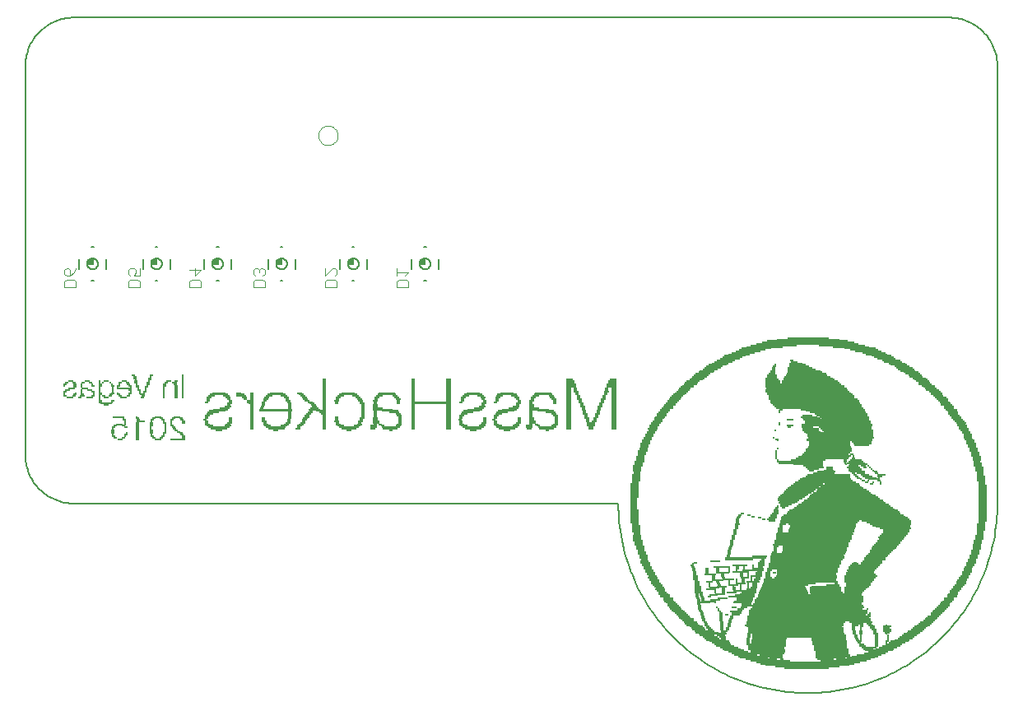
<source format=gbo>
G75*
%MOIN*%
%OFA0B0*%
%FSLAX24Y24*%
%IPPOS*%
%LPD*%
%AMOC8*
5,1,8,0,0,1.08239X$1,22.5*
%
%ADD10C,0.0080*%
%ADD11R,0.1807X0.0060*%
%ADD12R,0.2591X0.0060*%
%ADD13R,0.3434X0.0060*%
%ADD14R,0.3795X0.0060*%
%ADD15R,0.4217X0.0060*%
%ADD16R,0.1627X0.0060*%
%ADD17R,0.1867X0.0060*%
%ADD18R,0.1265X0.0060*%
%ADD19R,0.0121X0.0060*%
%ADD20R,0.0663X0.0060*%
%ADD21R,0.1446X0.0060*%
%ADD22R,0.1144X0.0060*%
%ADD23R,0.0542X0.0060*%
%ADD24R,0.1205X0.0060*%
%ADD25R,0.1145X0.0060*%
%ADD26R,0.1808X0.0060*%
%ADD27R,0.1386X0.0060*%
%ADD28R,0.1084X0.0060*%
%ADD29R,0.0964X0.0060*%
%ADD30R,0.1386X0.0060*%
%ADD31R,0.1024X0.0060*%
%ADD32R,0.2169X0.0060*%
%ADD33R,0.1325X0.0060*%
%ADD34R,0.0903X0.0060*%
%ADD35R,0.0843X0.0060*%
%ADD36R,0.1386X0.0060*%
%ADD37R,0.1325X0.0060*%
%ADD38R,0.0844X0.0060*%
%ADD39R,0.0843X0.0060*%
%ADD40R,0.1385X0.0060*%
%ADD41R,0.0783X0.0060*%
%ADD42R,0.1506X0.0060*%
%ADD43R,0.1385X0.0060*%
%ADD44R,0.0421X0.0060*%
%ADD45R,0.0783X0.0060*%
%ADD46R,0.1506X0.0060*%
%ADD47R,0.0603X0.0060*%
%ADD48R,0.0723X0.0060*%
%ADD49R,0.1566X0.0060*%
%ADD50R,0.0301X0.0060*%
%ADD51R,0.0181X0.0060*%
%ADD52R,0.0662X0.0060*%
%ADD53R,0.1626X0.0060*%
%ADD54R,0.0241X0.0060*%
%ADD55R,0.0181X0.0060*%
%ADD56R,0.0663X0.0060*%
%ADD57R,0.0180X0.0060*%
%ADD58R,0.0120X0.0060*%
%ADD59R,0.0061X0.0060*%
%ADD60R,0.0662X0.0060*%
%ADD61R,0.0180X0.0060*%
%ADD62R,0.0240X0.0060*%
%ADD63R,0.0120X0.0060*%
%ADD64R,0.0121X0.0060*%
%ADD65R,0.0723X0.0060*%
%ADD66R,0.0844X0.0060*%
%ADD67R,0.0060X0.0060*%
%ADD68R,0.0602X0.0060*%
%ADD69R,0.0602X0.0060*%
%ADD70R,0.0241X0.0060*%
%ADD71R,0.1445X0.0060*%
%ADD72R,0.0602X0.0060*%
%ADD73R,0.0302X0.0060*%
%ADD74R,0.3795X0.0060*%
%ADD75R,0.0060X0.0060*%
%ADD76R,0.0603X0.0060*%
%ADD77R,0.0361X0.0060*%
%ADD78R,0.0121X0.0060*%
%ADD79R,0.1145X0.0060*%
%ADD80R,0.3735X0.0060*%
%ADD81R,0.0061X0.0060*%
%ADD82R,0.0964X0.0060*%
%ADD83R,0.3916X0.0060*%
%ADD84R,0.0542X0.0060*%
%ADD85R,0.3916X0.0060*%
%ADD86R,0.0361X0.0060*%
%ADD87R,0.0543X0.0060*%
%ADD88R,0.0542X0.0060*%
%ADD89R,0.3915X0.0060*%
%ADD90R,0.0542X0.0060*%
%ADD91R,0.4037X0.0060*%
%ADD92R,0.0543X0.0060*%
%ADD93R,0.3976X0.0060*%
%ADD94R,0.0482X0.0060*%
%ADD95R,0.4036X0.0060*%
%ADD96R,0.0964X0.0060*%
%ADD97R,0.0482X0.0060*%
%ADD98R,0.5000X0.0060*%
%ADD99R,0.5000X0.0060*%
%ADD100R,0.0482X0.0060*%
%ADD101R,0.4940X0.0060*%
%ADD102R,0.0362X0.0060*%
%ADD103R,0.4759X0.0060*%
%ADD104R,0.0421X0.0060*%
%ADD105R,0.0422X0.0060*%
%ADD106R,0.4819X0.0060*%
%ADD107R,0.0481X0.0060*%
%ADD108R,0.0482X0.0060*%
%ADD109R,0.4819X0.0060*%
%ADD110R,0.0482X0.0060*%
%ADD111R,0.0120X0.0060*%
%ADD112R,0.0060X0.0060*%
%ADD113R,0.0301X0.0060*%
%ADD114R,0.4579X0.0060*%
%ADD115R,0.0482X0.0060*%
%ADD116R,0.4578X0.0060*%
%ADD117R,0.0422X0.0060*%
%ADD118R,0.0180X0.0060*%
%ADD119R,0.0422X0.0060*%
%ADD120R,0.4397X0.0060*%
%ADD121R,0.4337X0.0060*%
%ADD122R,0.0422X0.0060*%
%ADD123R,0.0422X0.0060*%
%ADD124R,0.4398X0.0060*%
%ADD125R,0.0663X0.0060*%
%ADD126R,0.4398X0.0060*%
%ADD127R,0.4338X0.0060*%
%ADD128R,0.1084X0.0060*%
%ADD129R,0.4277X0.0060*%
%ADD130R,0.0422X0.0060*%
%ADD131R,0.4216X0.0060*%
%ADD132R,0.0602X0.0060*%
%ADD133R,0.2048X0.0060*%
%ADD134R,0.2108X0.0060*%
%ADD135R,0.0362X0.0060*%
%ADD136R,0.1988X0.0060*%
%ADD137R,0.0362X0.0060*%
%ADD138R,0.0301X0.0060*%
%ADD139R,0.0963X0.0060*%
%ADD140R,0.1928X0.0060*%
%ADD141R,0.1265X0.0060*%
%ADD142R,0.1868X0.0060*%
%ADD143R,0.1265X0.0060*%
%ADD144R,0.0302X0.0060*%
%ADD145R,0.1807X0.0060*%
%ADD146R,0.0963X0.0060*%
%ADD147R,0.1747X0.0060*%
%ADD148R,0.1024X0.0060*%
%ADD149R,0.2169X0.0060*%
%ADD150R,0.1024X0.0060*%
%ADD151R,0.3012X0.0060*%
%ADD152R,0.1144X0.0060*%
%ADD153R,0.2951X0.0060*%
%ADD154R,0.1204X0.0060*%
%ADD155R,0.2951X0.0060*%
%ADD156R,0.1204X0.0060*%
%ADD157R,0.2530X0.0060*%
%ADD158R,0.2470X0.0060*%
%ADD159R,0.2409X0.0060*%
%ADD160R,0.0362X0.0060*%
%ADD161R,0.0662X0.0060*%
%ADD162R,0.0904X0.0060*%
%ADD163R,0.2470X0.0060*%
%ADD164R,0.2892X0.0060*%
%ADD165R,0.2892X0.0060*%
%ADD166R,0.2952X0.0060*%
%ADD167R,0.0844X0.0060*%
%ADD168R,0.2891X0.0060*%
%ADD169R,0.0904X0.0060*%
%ADD170R,0.2891X0.0060*%
%ADD171R,0.0362X0.0060*%
%ADD172R,0.1687X0.0060*%
%ADD173R,0.3012X0.0060*%
%ADD174R,0.0903X0.0060*%
%ADD175R,0.0361X0.0060*%
%ADD176R,0.3012X0.0060*%
%ADD177R,0.2952X0.0060*%
%ADD178R,0.0904X0.0060*%
%ADD179R,0.0362X0.0060*%
%ADD180R,0.2591X0.0060*%
%ADD181R,0.2590X0.0060*%
%ADD182R,0.2590X0.0060*%
%ADD183R,0.2650X0.0060*%
%ADD184R,0.3072X0.0060*%
%ADD185R,0.3012X0.0060*%
%ADD186R,0.3073X0.0060*%
%ADD187R,0.3073X0.0060*%
%ADD188R,0.0181X0.0060*%
%ADD189R,0.3073X0.0060*%
%ADD190R,0.1085X0.0060*%
%ADD191R,0.3133X0.0060*%
%ADD192R,0.0241X0.0060*%
%ADD193R,0.2711X0.0060*%
%ADD194R,0.1084X0.0060*%
%ADD195R,0.2711X0.0060*%
%ADD196R,0.2651X0.0060*%
%ADD197R,0.2651X0.0060*%
%ADD198R,0.1566X0.0060*%
%ADD199R,0.2772X0.0060*%
%ADD200R,0.1686X0.0060*%
%ADD201R,0.3193X0.0060*%
%ADD202R,0.1988X0.0060*%
%ADD203R,0.5241X0.0060*%
%ADD204R,0.5181X0.0060*%
%ADD205R,0.4879X0.0060*%
%ADD206R,0.4639X0.0060*%
%ADD207R,0.4518X0.0060*%
%ADD208R,0.4397X0.0060*%
%ADD209R,0.4157X0.0060*%
%ADD210R,0.4037X0.0060*%
%ADD211R,0.3675X0.0060*%
%ADD212R,0.3433X0.0060*%
%ADD213R,0.3313X0.0060*%
%ADD214R,0.3193X0.0060*%
%ADD215R,0.2831X0.0060*%
%ADD216R,0.1085X0.0060*%
%ADD217R,0.1085X0.0060*%
%ADD218R,0.1144X0.0060*%
%ADD219R,0.2349X0.0060*%
%ADD220R,0.2831X0.0060*%
%ADD221R,0.2229X0.0060*%
%ADD222R,0.0061X0.0060*%
%ADD223R,0.2109X0.0060*%
%ADD224R,0.1747X0.0060*%
%ADD225R,0.0903X0.0060*%
%ADD226R,0.1807X0.0060*%
%ADD227R,0.1867X0.0060*%
%ADD228R,0.1446X0.0060*%
%ADD229R,0.0481X0.0060*%
%ADD230R,0.2168X0.0060*%
%ADD231R,0.1868X0.0060*%
%ADD232R,0.1687X0.0060*%
%ADD233R,0.1687X0.0060*%
%ADD234R,0.2650X0.0060*%
%ADD235R,0.2710X0.0060*%
%ADD236R,0.2710X0.0060*%
%ADD237R,0.2771X0.0060*%
%ADD238R,0.2048X0.0060*%
%ADD239R,0.0662X0.0060*%
%ADD240R,0.2108X0.0060*%
%ADD241R,0.0662X0.0060*%
%ADD242R,0.2108X0.0060*%
%ADD243R,0.2711X0.0060*%
%ADD244R,0.1928X0.0060*%
%ADD245R,0.2049X0.0060*%
%ADD246R,0.2289X0.0060*%
%ADD247R,0.2410X0.0060*%
%ADD248R,0.3555X0.0060*%
%ADD249R,0.0421X0.0060*%
%ADD250R,0.3554X0.0060*%
%ADD251R,0.3614X0.0060*%
%ADD252R,0.3614X0.0060*%
%ADD253R,0.3615X0.0060*%
%ADD254R,0.3494X0.0060*%
%ADD255R,0.3494X0.0060*%
%ADD256R,0.3373X0.0060*%
%ADD257R,0.3072X0.0060*%
%ADD258R,0.2350X0.0060*%
%ADD259R,0.2290X0.0060*%
%ADD260R,0.0240X0.0060*%
%ADD261R,0.1326X0.0060*%
%ADD262R,0.1025X0.0060*%
%ADD263R,0.0723X0.0060*%
%ADD264R,0.0843X0.0060*%
%ADD265R,0.0844X0.0060*%
%ADD266R,0.0904X0.0060*%
%ADD267R,0.4157X0.0060*%
%ADD268R,0.3735X0.0060*%
%ADD269R,0.2530X0.0060*%
%ADD270R,0.0302X0.0060*%
%ADD271R,0.0240X0.0060*%
%ADD272R,0.1627X0.0060*%
%ADD273R,0.0784X0.0060*%
%ADD274C,0.0000*%
%ADD275C,0.0040*%
%ADD276C,0.0050*%
D10*
X002109Y007817D02*
X024156Y007817D01*
X024158Y007630D01*
X024165Y007443D01*
X024176Y007257D01*
X024192Y007070D01*
X024213Y006885D01*
X024238Y006699D01*
X024267Y006515D01*
X024301Y006331D01*
X024340Y006148D01*
X024383Y005966D01*
X024430Y005785D01*
X024482Y005605D01*
X024538Y005427D01*
X024598Y005250D01*
X024663Y005075D01*
X024731Y004901D01*
X024805Y004729D01*
X024882Y004558D01*
X024963Y004390D01*
X025049Y004224D01*
X025138Y004060D01*
X025232Y003898D01*
X025329Y003738D01*
X025430Y003581D01*
X025535Y003426D01*
X025644Y003274D01*
X025757Y003125D01*
X025873Y002978D01*
X025992Y002835D01*
X026115Y002694D01*
X026242Y002556D01*
X026372Y002422D01*
X026505Y002290D01*
X026641Y002162D01*
X026780Y002037D01*
X026922Y001916D01*
X027067Y001798D01*
X027215Y001684D01*
X027366Y001573D01*
X027519Y001466D01*
X027675Y001363D01*
X027834Y001264D01*
X027995Y001169D01*
X028158Y001077D01*
X028323Y000990D01*
X028490Y000906D01*
X028659Y000827D01*
X028830Y000752D01*
X029003Y000680D01*
X029178Y000614D01*
X029354Y000551D01*
X029532Y000493D01*
X029711Y000439D01*
X029891Y000390D01*
X030073Y000345D01*
X030255Y000304D01*
X030439Y000268D01*
X030623Y000236D01*
X030808Y000209D01*
X030993Y000186D01*
X031179Y000168D01*
X031366Y000154D01*
X031553Y000145D01*
X031740Y000141D01*
X031926Y000141D01*
X032113Y000145D01*
X032300Y000154D01*
X032487Y000168D01*
X032673Y000186D01*
X032858Y000209D01*
X033043Y000236D01*
X033227Y000268D01*
X033411Y000304D01*
X033593Y000345D01*
X033775Y000390D01*
X033955Y000439D01*
X034134Y000493D01*
X034312Y000551D01*
X034488Y000614D01*
X034663Y000680D01*
X034836Y000752D01*
X035007Y000827D01*
X035176Y000906D01*
X035343Y000990D01*
X035508Y001077D01*
X035672Y001169D01*
X035832Y001264D01*
X035991Y001363D01*
X036147Y001466D01*
X036300Y001573D01*
X036451Y001684D01*
X036599Y001798D01*
X036744Y001916D01*
X036886Y002037D01*
X037025Y002162D01*
X037161Y002290D01*
X037294Y002422D01*
X037424Y002556D01*
X037551Y002694D01*
X037674Y002835D01*
X037793Y002978D01*
X037909Y003125D01*
X038022Y003274D01*
X038131Y003426D01*
X038236Y003581D01*
X038337Y003738D01*
X038434Y003898D01*
X038528Y004060D01*
X038617Y004224D01*
X038703Y004390D01*
X038784Y004558D01*
X038861Y004729D01*
X038935Y004901D01*
X039003Y005075D01*
X039068Y005250D01*
X039128Y005427D01*
X039184Y005605D01*
X039236Y005785D01*
X039283Y005966D01*
X039326Y006148D01*
X039365Y006331D01*
X039399Y006515D01*
X039428Y006699D01*
X039453Y006885D01*
X039474Y007070D01*
X039490Y007257D01*
X039501Y007443D01*
X039508Y007630D01*
X039510Y007817D01*
X039510Y025534D01*
X039511Y025534D02*
X039509Y025620D01*
X039504Y025706D01*
X039494Y025791D01*
X039481Y025876D01*
X039464Y025960D01*
X039444Y026044D01*
X039420Y026126D01*
X039392Y026207D01*
X039361Y026288D01*
X039327Y026366D01*
X039289Y026443D01*
X039247Y026519D01*
X039203Y026592D01*
X039155Y026663D01*
X039104Y026733D01*
X039050Y026800D01*
X038994Y026864D01*
X038934Y026926D01*
X038872Y026986D01*
X038808Y027042D01*
X038741Y027096D01*
X038671Y027147D01*
X038600Y027195D01*
X038527Y027239D01*
X038451Y027281D01*
X038374Y027319D01*
X038296Y027353D01*
X038215Y027384D01*
X038134Y027412D01*
X038052Y027436D01*
X037968Y027456D01*
X037884Y027473D01*
X037799Y027486D01*
X037714Y027496D01*
X037628Y027501D01*
X037542Y027503D01*
X037542Y027502D02*
X002109Y027502D01*
X002109Y027503D02*
X002023Y027501D01*
X001937Y027496D01*
X001852Y027486D01*
X001767Y027473D01*
X001683Y027456D01*
X001599Y027436D01*
X001517Y027412D01*
X001436Y027384D01*
X001355Y027353D01*
X001277Y027319D01*
X001200Y027281D01*
X001125Y027239D01*
X001051Y027195D01*
X000980Y027147D01*
X000910Y027096D01*
X000843Y027042D01*
X000779Y026986D01*
X000717Y026926D01*
X000657Y026864D01*
X000601Y026800D01*
X000547Y026733D01*
X000496Y026663D01*
X000448Y026592D01*
X000404Y026519D01*
X000362Y026443D01*
X000324Y026366D01*
X000290Y026288D01*
X000259Y026207D01*
X000231Y026126D01*
X000207Y026044D01*
X000187Y025960D01*
X000170Y025876D01*
X000157Y025791D01*
X000147Y025706D01*
X000142Y025620D01*
X000140Y025534D01*
X000140Y009786D01*
X000142Y009700D01*
X000147Y009614D01*
X000157Y009529D01*
X000170Y009444D01*
X000187Y009360D01*
X000207Y009276D01*
X000231Y009194D01*
X000259Y009113D01*
X000290Y009032D01*
X000324Y008954D01*
X000362Y008877D01*
X000404Y008802D01*
X000448Y008728D01*
X000496Y008657D01*
X000547Y008587D01*
X000601Y008520D01*
X000657Y008456D01*
X000717Y008394D01*
X000779Y008334D01*
X000843Y008278D01*
X000910Y008224D01*
X000980Y008173D01*
X001051Y008125D01*
X001124Y008081D01*
X001200Y008039D01*
X001277Y008001D01*
X001355Y007967D01*
X001436Y007936D01*
X001517Y007908D01*
X001599Y007884D01*
X001683Y007864D01*
X001767Y007847D01*
X001852Y007834D01*
X001937Y007824D01*
X002023Y007819D01*
X002109Y007817D01*
X002824Y016841D02*
X002904Y016841D01*
X003416Y017330D02*
X003416Y017730D01*
X002904Y018219D02*
X002824Y018219D01*
X002313Y017730D02*
X002313Y017330D01*
X004900Y017330D02*
X004900Y017730D01*
X005411Y018219D02*
X005491Y018219D01*
X006002Y017730D02*
X006002Y017330D01*
X005491Y016841D02*
X005411Y016841D01*
X007380Y017330D02*
X007380Y017730D01*
X007891Y018219D02*
X007971Y018219D01*
X008483Y017730D02*
X008483Y017330D01*
X007971Y016841D02*
X007891Y016841D01*
X009967Y017330D02*
X009967Y017730D01*
X010478Y018219D02*
X010558Y018219D01*
X011069Y017730D02*
X011069Y017330D01*
X010558Y016841D02*
X010478Y016841D01*
X012872Y017330D02*
X012872Y017730D01*
X013383Y018219D02*
X013463Y018219D01*
X013975Y017730D02*
X013975Y017330D01*
X013463Y016841D02*
X013383Y016841D01*
X015778Y017330D02*
X015778Y017730D01*
X016289Y018219D02*
X016369Y018219D01*
X016880Y017730D02*
X016880Y017330D01*
X016369Y016841D02*
X016289Y016841D01*
D11*
X035109Y007052D03*
X031796Y001148D03*
D12*
X031826Y001208D03*
D13*
X031827Y001268D03*
X031887Y012293D03*
X031827Y012353D03*
D14*
X031465Y002473D03*
X031826Y001329D03*
D15*
X031856Y001389D03*
D16*
X030320Y001449D03*
X031766Y013076D03*
D17*
X033272Y001449D03*
D18*
X029959Y001509D03*
D19*
X030772Y001509D03*
X034085Y008738D03*
D20*
X032549Y001509D03*
D21*
X033664Y001509D03*
D22*
X029658Y001570D03*
D23*
X030562Y001570D03*
X027369Y002774D03*
X027188Y002895D03*
X027128Y002955D03*
X029598Y004642D03*
X028393Y005003D03*
X033754Y009220D03*
X036224Y012955D03*
X027369Y012895D03*
X027188Y012774D03*
X027068Y012654D03*
X036104Y002594D03*
D24*
X033965Y004943D03*
X034085Y005244D03*
X031495Y008317D03*
X031555Y008377D03*
X031856Y008618D03*
X031856Y009401D03*
X029748Y014100D03*
X032760Y001570D03*
D25*
X033995Y001570D03*
X034718Y001871D03*
X033995Y005124D03*
X029055Y005546D03*
D26*
X032640Y008919D03*
X029929Y001630D03*
D27*
X030200Y001871D03*
X032670Y002293D03*
X032670Y002353D03*
X032851Y001630D03*
X033212Y008618D03*
D28*
X031194Y008076D03*
X035230Y006449D03*
X035351Y006570D03*
X035411Y006750D03*
X034146Y001630D03*
D29*
X030351Y001690D03*
X029327Y001690D03*
D30*
X032851Y001690D03*
D31*
X034297Y001690D03*
D32*
X029808Y001750D03*
X033242Y008317D03*
D33*
X032579Y004220D03*
X032760Y002052D03*
X032760Y001991D03*
X032820Y001750D03*
X010291Y011570D03*
X010291Y011630D03*
D34*
X018273Y010907D03*
X031043Y007955D03*
X034537Y005546D03*
X034778Y005847D03*
X033754Y004341D03*
X034537Y001750D03*
D35*
X033724Y004280D03*
X029025Y001811D03*
X028242Y002232D03*
D36*
X030200Y001811D03*
X031706Y013136D03*
D37*
X033965Y004883D03*
X032820Y001811D03*
D38*
X034688Y001811D03*
D39*
X029266Y004100D03*
X028844Y001871D03*
X032037Y009341D03*
X034025Y010305D03*
X031495Y013377D03*
X034808Y013799D03*
X020954Y011630D03*
X013243Y010907D03*
X010291Y010907D03*
D40*
X030260Y002293D03*
X030260Y002172D03*
X032730Y002172D03*
X032790Y001871D03*
D41*
X034959Y001931D03*
X028754Y001931D03*
D42*
X030140Y001931D03*
X030080Y014160D03*
X033574Y014160D03*
D43*
X032730Y002232D03*
X032730Y002112D03*
X032790Y001931D03*
X030260Y002232D03*
D44*
X028272Y004160D03*
X026043Y004039D03*
X034296Y001931D03*
X037790Y004280D03*
X038031Y004582D03*
X038272Y005064D03*
X038031Y011088D03*
X037790Y011389D03*
X022249Y012533D03*
X020743Y011690D03*
X018514Y011690D03*
D45*
X018273Y012232D03*
X021104Y012232D03*
X021285Y010907D03*
X014960Y010907D03*
X014779Y012232D03*
X013213Y012232D03*
X010321Y012232D03*
X007972Y012232D03*
X028513Y013618D03*
X034055Y010244D03*
X033874Y009401D03*
X031043Y007895D03*
X033694Y004220D03*
X035079Y001991D03*
X029176Y003799D03*
X028633Y001991D03*
X035019Y013678D03*
X035200Y013618D03*
D46*
X030140Y001991D03*
D47*
X027760Y002473D03*
X034326Y001991D03*
X035772Y002353D03*
X033784Y009521D03*
X036073Y013076D03*
X027760Y013196D03*
X027579Y013076D03*
X021255Y010847D03*
X019749Y011630D03*
X013243Y010847D03*
X008062Y011630D03*
X006315Y010425D03*
D48*
X028302Y002172D03*
X028483Y002052D03*
X035230Y002052D03*
X032579Y009100D03*
X031977Y011268D03*
D49*
X030170Y002052D03*
D50*
X028453Y002654D03*
X029236Y003618D03*
X027850Y004642D03*
X027368Y004401D03*
X027368Y004341D03*
X025200Y005546D03*
X024838Y006991D03*
X024778Y007594D03*
X024778Y007654D03*
X024778Y007774D03*
X024778Y007895D03*
X024778Y007955D03*
X024838Y008678D03*
X020683Y011148D03*
X020562Y010907D03*
X020020Y011750D03*
X019960Y012172D03*
X019357Y012172D03*
X018574Y012172D03*
X017972Y012172D03*
X019297Y011449D03*
X020803Y012172D03*
X014478Y012172D03*
X013514Y012172D03*
X014357Y011148D03*
X014237Y010907D03*
X010622Y012172D03*
X010020Y012172D03*
X009237Y011931D03*
X008333Y011750D03*
X008273Y012172D03*
X007610Y011449D03*
X006285Y011329D03*
X005502Y011329D03*
X005502Y010425D03*
X003936Y011027D03*
X002550Y012473D03*
X002008Y012473D03*
X029838Y005003D03*
X029838Y004943D03*
X030260Y004823D03*
X029959Y005305D03*
X029959Y005425D03*
X030802Y006991D03*
X030441Y007293D03*
X030441Y007353D03*
X032730Y009220D03*
X031103Y010967D03*
X030380Y013076D03*
X038694Y009521D03*
X038814Y009100D03*
X038814Y008979D03*
X038874Y008678D03*
X038874Y008618D03*
X038874Y007052D03*
X038814Y006630D03*
X038814Y006570D03*
X035019Y002774D03*
X034055Y002052D03*
X033754Y002895D03*
D51*
X033814Y002353D03*
X034537Y002594D03*
X034537Y002654D03*
X034597Y002473D03*
X034597Y002052D03*
X033754Y005425D03*
X030742Y006871D03*
X030561Y007594D03*
X030862Y007654D03*
X029055Y007293D03*
X028995Y007172D03*
X028995Y007052D03*
X028814Y006449D03*
X028754Y006329D03*
X028754Y006268D03*
X028754Y006148D03*
X028694Y006027D03*
X028694Y005967D03*
X030019Y005546D03*
X030501Y005967D03*
X030501Y006027D03*
X027368Y003979D03*
X027489Y003497D03*
X027549Y003377D03*
X027549Y003317D03*
X027609Y003076D03*
X027730Y002895D03*
X028332Y002895D03*
X028332Y002955D03*
X028573Y002774D03*
X028694Y003076D03*
X028754Y003196D03*
X027308Y004702D03*
X027248Y004943D03*
X027248Y005003D03*
X033754Y008979D03*
X033814Y008919D03*
X030742Y011630D03*
X023695Y012473D03*
X023574Y012172D03*
X023514Y011931D03*
X023454Y011871D03*
X023333Y011570D03*
X023273Y011329D03*
X023213Y011208D03*
X022851Y011329D03*
X022791Y011570D03*
X022731Y011630D03*
X022610Y011931D03*
X022550Y012172D03*
X022490Y012232D03*
X021586Y011931D03*
X021586Y011871D03*
X020080Y012051D03*
X019237Y012051D03*
X018755Y011931D03*
X018695Y012051D03*
X017851Y012051D03*
X017791Y011931D03*
X017791Y011329D03*
X017731Y011208D03*
X017791Y011148D03*
X018755Y011148D03*
X018755Y011208D03*
X019116Y011208D03*
X015863Y011208D03*
X015863Y011148D03*
X015863Y011027D03*
X015863Y010907D03*
X015863Y010847D03*
X015863Y011329D03*
X015863Y011449D03*
X015863Y011570D03*
X015863Y011630D03*
X015863Y011750D03*
X015863Y012051D03*
X015863Y012172D03*
X015863Y012232D03*
X015863Y012353D03*
X015863Y012473D03*
X015863Y012594D03*
X015863Y012654D03*
X015863Y012774D03*
X015261Y011931D03*
X015261Y011871D03*
X015321Y011329D03*
X015321Y011208D03*
X015321Y011148D03*
X014297Y011027D03*
X014297Y011329D03*
X014297Y011449D03*
X014297Y011570D03*
X014297Y011871D03*
X014297Y011931D03*
X014357Y012051D03*
X013755Y011931D03*
X013815Y011750D03*
X013815Y011630D03*
X013815Y011570D03*
X013815Y011449D03*
X013815Y011329D03*
X013755Y011208D03*
X012731Y011208D03*
X012731Y011329D03*
X012249Y011329D03*
X012249Y011208D03*
X012249Y011148D03*
X012249Y011027D03*
X012249Y010907D03*
X012249Y010847D03*
X011707Y011570D03*
X012249Y011630D03*
X012249Y011750D03*
X012249Y011871D03*
X012249Y011931D03*
X012249Y012051D03*
X012249Y012172D03*
X012249Y012232D03*
X012249Y012353D03*
X012249Y012473D03*
X012249Y012594D03*
X012249Y012654D03*
X012249Y012774D03*
X012791Y012051D03*
X012731Y011931D03*
X012731Y011871D03*
X011225Y010907D03*
X010803Y011148D03*
X010803Y011208D03*
X010863Y011329D03*
X010863Y011449D03*
X010863Y011750D03*
X010863Y011871D03*
X010803Y011931D03*
X010743Y012051D03*
X009779Y011931D03*
X009779Y011871D03*
X009297Y011750D03*
X009297Y011630D03*
X009297Y011570D03*
X009297Y011449D03*
X009297Y011329D03*
X009297Y011208D03*
X009297Y011148D03*
X009297Y011027D03*
X009297Y010907D03*
X009297Y010847D03*
X009779Y011208D03*
X009297Y012051D03*
X009297Y012172D03*
X009297Y012232D03*
X009056Y012051D03*
X008454Y011931D03*
X007550Y012051D03*
X007490Y011931D03*
X007490Y011329D03*
X007490Y011148D03*
X006345Y010726D03*
X004719Y011208D03*
X004297Y012172D03*
X003574Y012172D03*
X006225Y012654D03*
X008454Y011208D03*
X008454Y011148D03*
D52*
X028393Y002112D03*
D53*
X030140Y002112D03*
D54*
X027880Y002714D03*
X027338Y004582D03*
X027278Y004762D03*
X027278Y004883D03*
X029688Y004582D03*
X029688Y004461D03*
X029868Y005064D03*
X030230Y004883D03*
X029989Y005485D03*
X030531Y006088D03*
X030712Y006811D03*
X030531Y007533D03*
X031977Y009160D03*
X023966Y010967D03*
X023966Y011088D03*
X023966Y011268D03*
X023966Y011389D03*
X023966Y011509D03*
X023966Y011690D03*
X023966Y012112D03*
X023966Y012292D03*
X023966Y012413D03*
X022881Y011268D03*
X021616Y011389D03*
X021556Y010967D03*
X021496Y012112D03*
X020713Y012112D03*
X020050Y012112D03*
X019267Y012112D03*
X018665Y012112D03*
X017881Y012112D03*
X017279Y012112D03*
X017279Y012292D03*
X017279Y012413D03*
X017279Y012533D03*
X017279Y012714D03*
X017279Y012835D03*
X017279Y011690D03*
X017279Y011509D03*
X017279Y011389D03*
X017279Y011268D03*
X017279Y011088D03*
X017279Y010967D03*
X017821Y011389D03*
X018725Y011088D03*
X019207Y011389D03*
X020110Y011088D03*
X015291Y011389D03*
X015231Y010967D03*
X014327Y011268D03*
X013785Y011268D03*
X013243Y010786D03*
X013604Y012112D03*
X014387Y012112D03*
X015171Y012112D03*
X012821Y012112D03*
X011677Y011509D03*
X011556Y011389D03*
X011496Y011268D03*
X011375Y011088D03*
X011255Y010967D03*
X010773Y011088D03*
X010291Y010786D03*
X009930Y012112D03*
X010713Y012112D03*
X011255Y012292D03*
X011436Y012112D03*
X009026Y012112D03*
X008785Y012292D03*
X008363Y012112D03*
X007580Y012112D03*
X007520Y011389D03*
X008424Y011088D03*
X006195Y012714D03*
X003424Y012112D03*
X002761Y012413D03*
X001857Y012413D03*
X034025Y002112D03*
X034567Y002533D03*
X034507Y002714D03*
X034447Y002835D03*
D55*
X034597Y002413D03*
X034597Y002112D03*
X032971Y004582D03*
X030260Y005064D03*
X030501Y005907D03*
X030742Y006931D03*
X028995Y007112D03*
X028814Y006389D03*
X028754Y006208D03*
X027248Y005064D03*
X028212Y004582D03*
X027850Y004039D03*
X027549Y004039D03*
X027609Y003136D03*
X027790Y002835D03*
X028332Y003015D03*
X028694Y003015D03*
X028754Y003256D03*
X028573Y002714D03*
X021285Y010786D03*
X022791Y011509D03*
X022851Y011389D03*
X022731Y011690D03*
X022550Y012112D03*
X022490Y012292D03*
X023574Y012112D03*
X023695Y012413D03*
X023333Y011509D03*
X023273Y011389D03*
X023213Y011268D03*
X018755Y011268D03*
X017791Y011268D03*
X017791Y011088D03*
X015863Y011088D03*
X015863Y010967D03*
X015863Y011268D03*
X015863Y011389D03*
X015863Y011509D03*
X015863Y011690D03*
X015863Y012112D03*
X015863Y012292D03*
X015863Y012413D03*
X015863Y012533D03*
X015863Y012714D03*
X015863Y012835D03*
X014297Y011509D03*
X014297Y011389D03*
X013815Y011389D03*
X013815Y011509D03*
X013815Y011690D03*
X013695Y011088D03*
X012791Y011088D03*
X012731Y011268D03*
X012249Y011268D03*
X012249Y011389D03*
X012249Y011690D03*
X012249Y012112D03*
X012249Y012292D03*
X012249Y012413D03*
X012249Y012533D03*
X012249Y012714D03*
X012249Y012835D03*
X010863Y011690D03*
X010863Y011509D03*
X010863Y011389D03*
X010863Y011268D03*
X009839Y011088D03*
X009779Y011268D03*
X009297Y011268D03*
X009297Y011389D03*
X009297Y011509D03*
X009297Y011690D03*
X009719Y011690D03*
X009297Y012112D03*
X009297Y012292D03*
X009297Y011088D03*
X009297Y010967D03*
X008454Y011268D03*
X007490Y011268D03*
X007490Y011088D03*
X004116Y010967D03*
X004116Y010485D03*
X003996Y012714D03*
X002791Y012714D03*
X002490Y012714D03*
X012249Y011088D03*
X012249Y010967D03*
X014598Y010967D03*
X014960Y010786D03*
X015321Y011088D03*
X015321Y011268D03*
D56*
X014779Y012292D03*
X021104Y012292D03*
X030983Y007835D03*
X035802Y013256D03*
X035501Y013437D03*
X035320Y002112D03*
D57*
X029417Y002172D03*
X029417Y002293D03*
X029417Y002353D03*
X028634Y002895D03*
X028634Y002955D03*
X028393Y004943D03*
X027188Y005244D03*
X028634Y005847D03*
X028875Y006570D03*
X028875Y006630D03*
X028875Y006750D03*
X028935Y006871D03*
X034417Y008618D03*
X030441Y013317D03*
X023634Y012232D03*
X023393Y011630D03*
X022670Y011871D03*
X022911Y011208D03*
X022911Y011148D03*
X021646Y011148D03*
X021646Y011208D03*
X021646Y011329D03*
X020622Y011329D03*
X020622Y011449D03*
X020622Y011570D03*
X020622Y011871D03*
X020622Y011931D03*
X020682Y012051D03*
X020140Y011931D03*
X019176Y011931D03*
X019176Y011329D03*
X019176Y011148D03*
X020140Y011148D03*
X020140Y011208D03*
X020622Y011027D03*
X022429Y012473D03*
X011405Y011148D03*
X008393Y012051D03*
X007429Y011208D03*
X004899Y012172D03*
D58*
X004688Y012594D03*
X004628Y012774D03*
X004387Y012594D03*
X003965Y012172D03*
X003905Y012232D03*
X003604Y012232D03*
X003664Y012594D03*
X003905Y012594D03*
X003182Y012594D03*
X003182Y012654D03*
X002881Y012594D03*
X002881Y012353D03*
X002881Y012172D03*
X003182Y012232D03*
X003182Y011931D03*
X002459Y012232D03*
X002158Y012232D03*
X002098Y012172D03*
X002158Y012594D03*
X002158Y012654D03*
X004146Y011208D03*
X004206Y010907D03*
X004206Y010606D03*
X004688Y010606D03*
X004688Y010545D03*
X004688Y010425D03*
X004688Y010726D03*
X004688Y010847D03*
X004688Y010907D03*
X004688Y011027D03*
X003664Y010726D03*
X005712Y010545D03*
X006134Y010907D03*
X006194Y010847D03*
X005712Y011208D03*
X005110Y012654D03*
X005170Y012895D03*
X027158Y005305D03*
X027218Y005124D03*
X028182Y005124D03*
X028423Y004823D03*
X028182Y004642D03*
X028423Y004401D03*
X028423Y004341D03*
X028423Y004220D03*
X028845Y004341D03*
X028845Y004401D03*
X029206Y004642D03*
X029206Y004702D03*
X029146Y004943D03*
X029146Y005003D03*
X028965Y005244D03*
X028604Y005666D03*
X028604Y005726D03*
X030471Y005003D03*
X027399Y003919D03*
X027459Y003678D03*
X027459Y003618D03*
X027700Y002955D03*
X028363Y002774D03*
X029447Y002473D03*
X033664Y002774D03*
X033965Y002654D03*
X033965Y002594D03*
X033845Y002293D03*
X033905Y002172D03*
X034628Y002172D03*
X034628Y002293D03*
X034628Y002353D03*
X029628Y007293D03*
X029447Y007353D03*
X033363Y009521D03*
X033664Y009642D03*
X033604Y009823D03*
X034206Y008678D03*
X030471Y013377D03*
X031194Y013618D03*
D59*
X030561Y009943D03*
X030561Y009823D03*
X030561Y009702D03*
X030561Y009642D03*
X034296Y009341D03*
X034778Y008678D03*
X034778Y008618D03*
X029537Y004823D03*
X029537Y004702D03*
X035019Y002895D03*
X035019Y002172D03*
X006526Y012172D03*
X006526Y012232D03*
X006526Y012353D03*
X006526Y012473D03*
X006526Y012594D03*
X006526Y012654D03*
X006526Y012774D03*
X006526Y012895D03*
X006526Y012955D03*
X005020Y012473D03*
X004779Y012353D03*
X005261Y011148D03*
X005803Y011027D03*
X005803Y010907D03*
X005803Y010847D03*
X005803Y010726D03*
X006044Y011027D03*
X006044Y011148D03*
X005261Y010606D03*
D60*
X019658Y010847D03*
X035441Y013497D03*
X035441Y002172D03*
D61*
X029417Y002232D03*
X028634Y002835D03*
X027670Y003015D03*
X028393Y004883D03*
X028634Y005907D03*
X028935Y006811D03*
X028935Y006931D03*
X029176Y007413D03*
X033875Y008859D03*
X030441Y013256D03*
X023634Y012292D03*
X023393Y011690D03*
X022429Y012413D03*
X021646Y011268D03*
X021646Y011088D03*
X020923Y010967D03*
X020622Y011389D03*
X020622Y011509D03*
X020140Y011268D03*
X019176Y011268D03*
X019176Y011088D03*
D62*
X020652Y011268D03*
X022158Y011268D03*
X022158Y011389D03*
X022158Y011509D03*
X022158Y011690D03*
X022158Y012112D03*
X022158Y012292D03*
X022158Y012413D03*
X022158Y011088D03*
X022158Y010967D03*
X030411Y013136D03*
X033905Y002232D03*
D63*
X033965Y002533D03*
X033664Y002714D03*
X033664Y002835D03*
X034628Y002232D03*
X029447Y002413D03*
X029447Y002533D03*
X028363Y002714D03*
X028363Y002835D03*
X027399Y003859D03*
X028423Y004280D03*
X029206Y004762D03*
X029146Y004883D03*
X028965Y005184D03*
X028182Y005184D03*
X028182Y005064D03*
X027218Y005184D03*
X029869Y007232D03*
X033664Y009039D03*
X034146Y009280D03*
X034628Y009039D03*
X033363Y009582D03*
X006435Y010666D03*
X006435Y011268D03*
X006134Y011268D03*
X005652Y011268D03*
X005351Y011268D03*
X004688Y011268D03*
X004688Y011088D03*
X004688Y010967D03*
X004688Y010786D03*
X004688Y010666D03*
X004688Y010485D03*
X005351Y010485D03*
X005652Y010485D03*
X003664Y010666D03*
X003664Y010786D03*
X004869Y012112D03*
X004387Y012292D03*
X004387Y012413D03*
X004688Y012533D03*
X004628Y012714D03*
X005110Y012714D03*
X005170Y012835D03*
X003664Y012292D03*
X003182Y012292D03*
X002158Y012533D03*
X002098Y012714D03*
D64*
X001797Y012714D03*
X002339Y012112D03*
X003785Y010967D03*
X003785Y010485D03*
X005231Y010666D03*
X005231Y010786D03*
X005231Y010967D03*
X005231Y011088D03*
X005773Y011088D03*
X006074Y010967D03*
X006255Y010786D03*
X006556Y011088D03*
X005773Y010666D03*
X006556Y010485D03*
X006255Y012112D03*
X006255Y012292D03*
X006255Y012413D03*
X006255Y012533D03*
X005833Y012714D03*
X005231Y013015D03*
X005050Y012533D03*
X004749Y012413D03*
X004267Y012714D03*
X004508Y013015D03*
X027338Y004160D03*
X027338Y004039D03*
X027519Y004160D03*
X028001Y004762D03*
X028001Y004883D03*
X027760Y005064D03*
X027760Y005184D03*
X028724Y006088D03*
X029025Y007232D03*
X031073Y010907D03*
X027519Y003437D03*
X027579Y003256D03*
X028302Y003256D03*
X028302Y003136D03*
X028724Y003136D03*
X033724Y002533D03*
X033784Y002413D03*
X034025Y002835D03*
X035049Y002232D03*
D65*
X035531Y002232D03*
X029206Y003859D03*
X032097Y009280D03*
X033784Y009461D03*
X028182Y013437D03*
D66*
X028664Y013678D03*
X014628Y011630D03*
X027640Y002654D03*
X028122Y002293D03*
D67*
X028212Y003497D03*
X028152Y003618D03*
X028092Y003799D03*
X028092Y004220D03*
X027851Y004521D03*
X028634Y004642D03*
X028634Y004702D03*
X028935Y004702D03*
X028935Y004642D03*
X029116Y004521D03*
X029116Y004401D03*
X029116Y004341D03*
X029417Y004401D03*
X029417Y004521D03*
X029417Y004943D03*
X029417Y005003D03*
X029598Y005244D03*
X029598Y005305D03*
X029236Y005244D03*
X028935Y005124D03*
X028634Y005124D03*
X033995Y002774D03*
X033995Y002473D03*
X033995Y002353D03*
X033995Y002293D03*
X035080Y002293D03*
X035080Y002353D03*
X035080Y002473D03*
X034357Y003377D03*
X034477Y008678D03*
X033995Y008799D03*
X034417Y009220D03*
X033694Y009702D03*
X033393Y009401D03*
X030682Y011027D03*
X030682Y011570D03*
X005742Y011148D03*
X005200Y010907D03*
X005200Y010847D03*
X005742Y010606D03*
X004658Y011329D03*
X004176Y011148D03*
X004176Y011027D03*
X004176Y010545D03*
X003694Y010606D03*
X003694Y010847D03*
X003634Y011931D03*
X003694Y012353D03*
X003694Y012473D03*
X003634Y012654D03*
X003935Y012654D03*
X004357Y012232D03*
X004417Y012353D03*
X004718Y012473D03*
X004658Y012654D03*
X005080Y012594D03*
X005140Y012774D03*
X005200Y012955D03*
X005742Y012473D03*
X005742Y012353D03*
X005742Y012232D03*
X005742Y012172D03*
X003152Y012172D03*
X003152Y012051D03*
X002911Y012232D03*
X003152Y012353D03*
X003152Y012473D03*
X003152Y012774D03*
X002851Y012654D03*
X002429Y012654D03*
X002429Y012594D03*
X002429Y012353D03*
X001706Y012232D03*
X001706Y012594D03*
D68*
X004146Y012473D03*
X014929Y010847D03*
X027459Y012955D03*
X035652Y013377D03*
X035893Y013196D03*
X029869Y005666D03*
X029447Y004220D03*
X035652Y002293D03*
X035953Y002473D03*
X036194Y002654D03*
D69*
X029086Y005305D03*
X027941Y002353D03*
X033845Y009100D03*
X030411Y012774D03*
X018363Y011630D03*
D70*
X018725Y011871D03*
X018665Y011027D03*
X019207Y011027D03*
X020050Y011027D03*
X020532Y010847D03*
X021616Y011027D03*
X021556Y011449D03*
X021556Y012051D03*
X021436Y012172D03*
X022460Y012353D03*
X022580Y012051D03*
X022701Y011750D03*
X022821Y011449D03*
X023183Y011148D03*
X023062Y010907D03*
X023062Y010847D03*
X023303Y011449D03*
X023424Y011750D03*
X023544Y012051D03*
X023665Y012353D03*
X023966Y012353D03*
X023966Y012473D03*
X023966Y012232D03*
X023966Y012172D03*
X023966Y012051D03*
X023966Y011931D03*
X023966Y011871D03*
X023966Y011750D03*
X023966Y011630D03*
X023966Y011570D03*
X023966Y011449D03*
X023966Y011329D03*
X023966Y011208D03*
X023966Y011148D03*
X023966Y011027D03*
X023966Y010907D03*
X023966Y010847D03*
X020110Y011871D03*
X017821Y011027D03*
X017279Y011027D03*
X017279Y010907D03*
X017279Y010847D03*
X017279Y011148D03*
X017279Y011208D03*
X017279Y011329D03*
X017279Y011449D03*
X017279Y011570D03*
X017279Y011630D03*
X017279Y011750D03*
X017279Y012051D03*
X017279Y012172D03*
X017279Y012232D03*
X017279Y012353D03*
X017279Y012473D03*
X017279Y012594D03*
X017279Y012654D03*
X017279Y012774D03*
X015231Y012051D03*
X015110Y012172D03*
X014327Y011750D03*
X014327Y011208D03*
X014207Y010847D03*
X013725Y011148D03*
X013665Y011027D03*
X012821Y011027D03*
X012761Y011148D03*
X012219Y011449D03*
X011857Y011750D03*
X011737Y011871D03*
X011677Y011931D03*
X011496Y012051D03*
X011375Y012172D03*
X011315Y012232D03*
X011616Y011449D03*
X011556Y011329D03*
X011436Y011208D03*
X011315Y011027D03*
X011195Y010847D03*
X010713Y011027D03*
X009869Y011027D03*
X009809Y011148D03*
X009267Y011871D03*
X009869Y012051D03*
X008424Y011871D03*
X008363Y011027D03*
X007520Y011027D03*
X004869Y012232D03*
X004146Y012774D03*
X003424Y012774D03*
X002640Y012774D03*
X002460Y012172D03*
X001978Y012774D03*
X003966Y010425D03*
X005954Y012774D03*
X013665Y012051D03*
X013785Y011871D03*
X015231Y011449D03*
X015291Y011027D03*
X027278Y004823D03*
X027338Y004642D03*
X027338Y004521D03*
X028844Y003618D03*
X029085Y003497D03*
X028423Y002594D03*
X028423Y002353D03*
X027820Y002774D03*
X029688Y004521D03*
X029748Y004702D03*
X029808Y004823D03*
X029929Y005244D03*
X030290Y005124D03*
X030230Y005003D03*
X030230Y004943D03*
X030471Y005847D03*
X030712Y006750D03*
X030531Y007473D03*
X028965Y006991D03*
X034085Y009341D03*
X034748Y008919D03*
X034326Y002955D03*
X034386Y002895D03*
X034447Y002774D03*
X035049Y002594D03*
D71*
X030290Y002353D03*
X035290Y006871D03*
D72*
X027881Y002413D03*
X030411Y012714D03*
X027881Y013256D03*
X027700Y013136D03*
D73*
X024899Y009039D03*
X018634Y010967D03*
X017911Y010967D03*
X012911Y010967D03*
X028393Y002413D03*
D74*
X031465Y002413D03*
X033272Y007714D03*
D75*
X034718Y008859D03*
X034477Y009160D03*
X034357Y009280D03*
X033694Y009762D03*
X033333Y009461D03*
X030622Y009582D03*
X030622Y010064D03*
X030622Y010365D03*
X030441Y010485D03*
X030682Y011088D03*
X030501Y013437D03*
X030622Y007714D03*
X029236Y005184D03*
X029417Y004883D03*
X029417Y004582D03*
X029417Y004461D03*
X029116Y004461D03*
X028815Y004461D03*
X028634Y004582D03*
X028935Y004762D03*
X028634Y005064D03*
X028634Y005184D03*
X027851Y004582D03*
X027851Y004461D03*
X028092Y004280D03*
X027188Y005365D03*
X033995Y002714D03*
X033995Y002413D03*
X035080Y002413D03*
X005742Y012112D03*
X005742Y012292D03*
X005742Y012413D03*
X005742Y012533D03*
X004959Y012292D03*
X004417Y012533D03*
X004598Y012835D03*
X003875Y012533D03*
X003694Y012533D03*
X003694Y012413D03*
X003875Y012292D03*
X003574Y012714D03*
X003152Y012714D03*
X003152Y012533D03*
X003152Y012413D03*
X002911Y012292D03*
X003152Y012112D03*
X002429Y012292D03*
X002429Y012413D03*
X002429Y012533D03*
X002188Y012292D03*
X001706Y012292D03*
X004116Y011268D03*
X004176Y011088D03*
X004236Y010666D03*
D76*
X027519Y013015D03*
X034025Y010184D03*
X036013Y013136D03*
X027820Y003859D03*
X035832Y002413D03*
X036013Y002533D03*
D77*
X035049Y002654D03*
X037760Y004220D03*
X038242Y004943D03*
X038242Y005003D03*
X038302Y005124D03*
X038483Y005546D03*
X038543Y005666D03*
X038543Y005726D03*
X038724Y006268D03*
X038724Y006329D03*
X038784Y006449D03*
X038844Y006750D03*
X038844Y006871D03*
X038844Y006991D03*
X038844Y008799D03*
X038844Y008919D03*
X038784Y009220D03*
X038724Y009341D03*
X038724Y009401D03*
X038543Y009943D03*
X038543Y010003D03*
X038483Y010124D03*
X038302Y010546D03*
X038242Y010666D03*
X038242Y010726D03*
X038061Y011027D03*
X034808Y008979D03*
X030350Y007172D03*
X029266Y004823D03*
X028001Y004100D03*
X025832Y004401D03*
X025471Y004943D03*
X025471Y005003D03*
X025350Y005244D03*
X025290Y005305D03*
X025049Y005967D03*
X025049Y006027D03*
X024989Y006148D03*
X024989Y006268D03*
X024808Y007052D03*
X024808Y007172D03*
X024808Y007293D03*
X024808Y007353D03*
X024808Y007473D03*
X024808Y008076D03*
X024808Y008196D03*
X024808Y008317D03*
X024808Y008377D03*
X024808Y008497D03*
X024808Y008618D03*
X024989Y009401D03*
X025049Y009642D03*
X025049Y009702D03*
X025230Y010124D03*
X025290Y010305D03*
X025350Y010425D03*
X025471Y010666D03*
X025471Y010726D03*
X023062Y011027D03*
X022219Y012774D03*
X008845Y012232D03*
X004809Y011148D03*
X028302Y002473D03*
D78*
X028302Y003076D03*
X028302Y003196D03*
X028302Y003317D03*
X028302Y003377D03*
X028543Y003317D03*
X027579Y003196D03*
X027579Y003919D03*
X027579Y003979D03*
X027519Y004100D03*
X027338Y004100D03*
X028001Y004823D03*
X027760Y005003D03*
X027760Y005124D03*
X027278Y005425D03*
X028242Y004521D03*
X030049Y007172D03*
X030591Y007654D03*
X029085Y007353D03*
X030591Y010425D03*
X034567Y009100D03*
X034326Y003317D03*
X034025Y002895D03*
X033724Y002654D03*
X033724Y002594D03*
X033784Y002473D03*
X020833Y011027D03*
X014508Y011027D03*
X009749Y011750D03*
X006556Y011148D03*
X006496Y011208D03*
X006074Y011208D03*
X006496Y010606D03*
X006556Y010545D03*
X005291Y010545D03*
X005231Y010726D03*
X005231Y011027D03*
X005291Y011208D03*
X004990Y012353D03*
X004568Y012895D03*
X004568Y012955D03*
X004327Y012654D03*
X003303Y012172D03*
X001737Y012172D03*
X001737Y012353D03*
X001737Y012654D03*
X003725Y010907D03*
X003725Y010545D03*
X006255Y012172D03*
X006255Y012232D03*
X006255Y012353D03*
X006255Y012473D03*
X006255Y012594D03*
X006255Y012774D03*
X005773Y012654D03*
X005773Y012594D03*
D79*
X027971Y002533D03*
X032549Y004461D03*
X034055Y005184D03*
X031585Y013256D03*
D80*
X031435Y002533D03*
D81*
X029537Y004762D03*
X028272Y003437D03*
X035019Y002533D03*
X030561Y009762D03*
X030561Y009883D03*
X006526Y012112D03*
X006526Y012292D03*
X006526Y012413D03*
X006526Y012533D03*
X006526Y012714D03*
X006526Y012835D03*
X006526Y013015D03*
X005020Y012413D03*
X004779Y012292D03*
X003273Y012714D03*
X005803Y010967D03*
X005803Y010786D03*
X006044Y011088D03*
D82*
X027760Y002594D03*
X034869Y005967D03*
X035110Y006268D03*
X034507Y013919D03*
X029206Y013919D03*
D83*
X031345Y002774D03*
X031345Y002654D03*
X031345Y002594D03*
D84*
X027429Y002714D03*
X027309Y002835D03*
X027068Y003015D03*
X026947Y003136D03*
X033754Y009160D03*
X033694Y009280D03*
X036887Y012413D03*
X036164Y013015D03*
X027309Y012835D03*
X027128Y012714D03*
X026947Y012533D03*
X010321Y012292D03*
X007971Y012292D03*
D85*
X031345Y002714D03*
D86*
X035049Y002714D03*
X035049Y002835D03*
X038302Y005184D03*
X038483Y005485D03*
X038724Y006208D03*
X038784Y006389D03*
X038844Y006811D03*
X038844Y006931D03*
X038844Y008859D03*
X038784Y009160D03*
X038784Y009280D03*
X038724Y009461D03*
X038543Y010064D03*
X038483Y010184D03*
X038302Y010485D03*
X033965Y009039D03*
X025772Y011208D03*
X025591Y010907D03*
X025350Y010485D03*
X025290Y010365D03*
X025230Y010184D03*
X025049Y009582D03*
X024989Y009461D03*
X024808Y008437D03*
X024808Y008256D03*
X024808Y008136D03*
X024808Y007533D03*
X024808Y007413D03*
X024808Y007232D03*
X024808Y007112D03*
X024989Y006208D03*
X025049Y006088D03*
X025230Y005485D03*
X025290Y005365D03*
X025350Y005184D03*
X025531Y004883D03*
X025591Y004762D03*
X025772Y004461D03*
X023062Y010967D03*
X023062Y011088D03*
X022219Y012714D03*
D87*
X018273Y012292D03*
X036284Y002714D03*
D88*
X036345Y002774D03*
X036586Y002955D03*
X032851Y004521D03*
X027610Y003799D03*
X036586Y012654D03*
X036706Y012594D03*
X036465Y012774D03*
X036345Y012895D03*
X031345Y013497D03*
D89*
X031284Y002835D03*
D90*
X036405Y002835D03*
X036646Y003015D03*
X036405Y012835D03*
X030381Y012835D03*
X019658Y012292D03*
X013212Y012292D03*
D91*
X031284Y002895D03*
D92*
X036525Y002895D03*
D93*
X031315Y002955D03*
D94*
X033845Y002955D03*
X036736Y003076D03*
X027881Y004943D03*
X026435Y003618D03*
X026375Y003678D03*
X026556Y003497D03*
X026676Y003377D03*
X026736Y003317D03*
X037640Y011630D03*
X030351Y012895D03*
X026736Y012353D03*
X026676Y012293D03*
X026556Y012172D03*
X026435Y012052D03*
X026375Y011991D03*
X011857Y011630D03*
X003423Y011871D03*
D95*
X031345Y003015D03*
D96*
X033965Y003015D03*
X033845Y004461D03*
X034809Y005907D03*
D97*
X037339Y003678D03*
X037158Y003497D03*
X036857Y003196D03*
X030953Y007774D03*
X034507Y008799D03*
X036977Y012353D03*
X036797Y012473D03*
X026977Y012594D03*
X026857Y012473D03*
X028182Y004702D03*
X026857Y003196D03*
X026977Y003076D03*
X003905Y011329D03*
D98*
X031887Y003076D03*
X033272Y007293D03*
D99*
X031887Y003256D03*
X031887Y003136D03*
D100*
X029748Y004883D03*
X029809Y005184D03*
X028604Y004762D03*
X026797Y003256D03*
X034387Y008859D03*
X031797Y010907D03*
X026797Y012413D03*
X026254Y011811D03*
X037218Y012112D03*
X037459Y011811D03*
X037098Y003437D03*
X036917Y003256D03*
X036797Y003136D03*
X007760Y011509D03*
D101*
X031616Y003678D03*
X031857Y003196D03*
D102*
X028905Y003317D03*
X025411Y005124D03*
X025170Y005666D03*
X025170Y005726D03*
X025110Y005847D03*
X025110Y009823D03*
X025170Y010003D03*
X025411Y010546D03*
X034146Y008979D03*
X038905Y008497D03*
X038905Y008377D03*
X038905Y008317D03*
X038905Y008196D03*
X038905Y008076D03*
X038905Y007955D03*
X038905Y007895D03*
X038905Y007774D03*
X038905Y007654D03*
X038905Y007594D03*
X038905Y007473D03*
X038905Y007353D03*
X038905Y007293D03*
X038905Y007172D03*
X037881Y004401D03*
D103*
X031826Y003317D03*
D104*
X029537Y004341D03*
X028814Y004521D03*
X028754Y004220D03*
X028031Y004401D03*
X026284Y003799D03*
X026043Y004100D03*
X025561Y004823D03*
X025260Y005425D03*
X025019Y009521D03*
X025260Y010244D03*
X025561Y010847D03*
X025802Y011268D03*
X026043Y011570D03*
X026043Y011630D03*
X026284Y011871D03*
X022249Y012594D03*
X022249Y012654D03*
X037007Y003317D03*
X037549Y003919D03*
X037549Y003979D03*
X038031Y004642D03*
X037549Y011750D03*
X037308Y011991D03*
D105*
X037670Y011570D03*
X037730Y011449D03*
X037851Y011329D03*
X037851Y011268D03*
X037971Y011148D03*
X034236Y008919D03*
X030381Y012955D03*
X025140Y009943D03*
X027911Y004341D03*
X028935Y003377D03*
X037670Y004100D03*
X037851Y004341D03*
X037971Y004521D03*
X012128Y011570D03*
D106*
X031856Y003497D03*
X031856Y003377D03*
D107*
X037037Y003377D03*
X037278Y003618D03*
X032037Y009220D03*
X037037Y012293D03*
X037278Y012052D03*
D108*
X036736Y012533D03*
X036556Y012714D03*
X026616Y012232D03*
X026495Y012112D03*
X019447Y011509D03*
X018062Y011509D03*
X026616Y003437D03*
X028905Y003437D03*
D109*
X031856Y003437D03*
D110*
X026495Y003558D03*
D111*
X027459Y003558D03*
X003664Y011991D03*
X003182Y011991D03*
D112*
X028212Y003558D03*
X034236Y003558D03*
X030501Y010786D03*
X030682Y011509D03*
D113*
X031284Y013558D03*
X038814Y006690D03*
X029115Y003558D03*
X009237Y011991D03*
D114*
X031796Y003558D03*
D115*
X037218Y003558D03*
X026134Y011690D03*
D116*
X031857Y003618D03*
D117*
X026345Y003738D03*
X037730Y011509D03*
D118*
X028875Y006690D03*
X028634Y005786D03*
X027429Y003738D03*
X022670Y011810D03*
X020140Y011991D03*
X008393Y011810D03*
D119*
X025983Y011509D03*
X029357Y003738D03*
X037369Y003738D03*
D120*
X031826Y003738D03*
D121*
X031856Y003799D03*
D122*
X028393Y003979D03*
X028092Y003919D03*
X026164Y003919D03*
X026164Y003979D03*
X025863Y004341D03*
X025742Y004521D03*
X025622Y004702D03*
X024959Y006329D03*
X024959Y009341D03*
X025622Y010967D03*
X025742Y011148D03*
X025863Y011329D03*
X025923Y011449D03*
X026164Y011750D03*
X023875Y012594D03*
X023875Y012654D03*
X033694Y009341D03*
X037429Y011871D03*
X037128Y012172D03*
X038092Y010967D03*
X038152Y010847D03*
X038453Y010244D03*
X038453Y005425D03*
X038152Y004823D03*
X038092Y004702D03*
X037429Y003799D03*
X008875Y012172D03*
D123*
X015080Y011509D03*
X019899Y011690D03*
X021405Y011509D03*
X023875Y012533D03*
X025682Y011088D03*
X025923Y011389D03*
X031827Y011389D03*
X037369Y011931D03*
X028092Y005485D03*
X028333Y004461D03*
X026224Y003859D03*
X025983Y004160D03*
X025682Y004582D03*
X037489Y003859D03*
D124*
X031887Y003859D03*
D125*
X029296Y003919D03*
X029296Y003979D03*
X028332Y005244D03*
X032007Y010726D03*
X035742Y013317D03*
X028272Y013497D03*
X028031Y013377D03*
X027971Y013317D03*
X021225Y011570D03*
X019598Y011570D03*
X018273Y010847D03*
X018213Y011570D03*
X010321Y010847D03*
X007972Y010847D03*
D126*
X031887Y003919D03*
D127*
X031917Y003979D03*
D128*
X033965Y005064D03*
X029146Y004039D03*
D129*
X031947Y004039D03*
D130*
X029116Y004582D03*
X032670Y009160D03*
X037911Y011208D03*
X030381Y013015D03*
X026345Y011931D03*
X037911Y004461D03*
X037730Y004160D03*
X037670Y004039D03*
X014417Y011690D03*
X008212Y011690D03*
D131*
X031917Y004100D03*
D132*
X029387Y004160D03*
D133*
X030833Y004160D03*
X032580Y009762D03*
D134*
X033212Y011389D03*
X031887Y012835D03*
X032971Y004160D03*
D135*
X038363Y005244D03*
X038423Y005305D03*
X038604Y005847D03*
X038664Y005967D03*
X038664Y006027D03*
X038664Y006148D03*
X038664Y009642D03*
X038664Y009702D03*
X038604Y009823D03*
X038423Y010305D03*
X038363Y010425D03*
X027399Y004220D03*
X025953Y004220D03*
X025652Y004642D03*
X024929Y006449D03*
X024869Y006750D03*
X024869Y006871D03*
X024869Y008799D03*
X024869Y008919D03*
X024869Y008979D03*
X024929Y009220D03*
X025652Y011027D03*
X023905Y012774D03*
D136*
X033212Y008377D03*
X030863Y004220D03*
D137*
X030893Y007714D03*
X025893Y004280D03*
X024929Y006389D03*
X024869Y006811D03*
X024869Y006931D03*
X024869Y008859D03*
X024929Y009160D03*
X024929Y009280D03*
X023905Y012714D03*
X038122Y010907D03*
X038423Y010365D03*
X038604Y009883D03*
X038604Y009762D03*
X038664Y009582D03*
X038664Y006088D03*
X038604Y005907D03*
X038423Y005365D03*
X038182Y004883D03*
X038122Y004762D03*
D138*
X033754Y005365D03*
X030380Y007112D03*
X030501Y007413D03*
X029959Y005365D03*
X029778Y004762D03*
X027368Y004461D03*
X027368Y004280D03*
X025079Y005907D03*
X024778Y007714D03*
X024778Y007835D03*
X024778Y008015D03*
X025079Y009762D03*
X023936Y012835D03*
X022189Y012835D03*
X020683Y011088D03*
X020562Y010967D03*
X020020Y010967D03*
X019297Y010967D03*
X018273Y010786D03*
X014357Y011088D03*
X014237Y010967D03*
X013574Y010967D03*
X012189Y011509D03*
X010622Y010967D03*
X009960Y010967D03*
X008333Y010967D03*
X007972Y010786D03*
X007610Y010967D03*
X004116Y012112D03*
X002731Y012112D03*
X001948Y012112D03*
X031103Y011208D03*
X032730Y009280D03*
X038814Y009039D03*
D139*
X029266Y004280D03*
D140*
X030833Y004280D03*
X032580Y008859D03*
D141*
X035380Y006811D03*
X032549Y004280D03*
D142*
X030923Y004521D03*
X030863Y004341D03*
X032670Y009943D03*
X032670Y010003D03*
X033212Y014220D03*
X030441Y014220D03*
D143*
X033935Y014100D03*
X033935Y004823D03*
X032549Y004401D03*
X032549Y004341D03*
D144*
X029658Y004401D03*
X024899Y006570D03*
X024899Y006630D03*
X024899Y009100D03*
X018634Y011750D03*
X017911Y011449D03*
X012911Y012172D03*
X007670Y012172D03*
D145*
X030832Y004401D03*
D146*
X033784Y004401D03*
D147*
X030862Y004461D03*
D148*
X033875Y004521D03*
X034899Y006027D03*
X035019Y006148D03*
X035140Y006329D03*
X035381Y006630D03*
X029417Y013979D03*
D149*
X033362Y010907D03*
X031073Y004582D03*
D150*
X033875Y004582D03*
X034959Y006088D03*
X035080Y006208D03*
X035200Y006389D03*
X031104Y008015D03*
D151*
X031556Y004642D03*
D152*
X033875Y004642D03*
X033935Y005003D03*
D153*
X031766Y005546D03*
X031525Y004702D03*
D154*
X033905Y004702D03*
X034146Y005305D03*
X031676Y008497D03*
D155*
X033272Y008015D03*
X031525Y004762D03*
D156*
X033905Y004762D03*
D157*
X031736Y004823D03*
D158*
X031766Y004883D03*
X031827Y005064D03*
D159*
X031796Y005003D03*
X031796Y004943D03*
D160*
X030411Y007232D03*
X025411Y005064D03*
X025110Y009883D03*
X025170Y010064D03*
X011857Y011690D03*
X038905Y008437D03*
X038905Y008256D03*
X038905Y008136D03*
X038905Y008015D03*
X038905Y007835D03*
X038905Y007714D03*
X038905Y007533D03*
X038905Y007413D03*
X038905Y007232D03*
X038905Y007112D03*
D161*
X031405Y013437D03*
X029116Y005064D03*
D162*
X029598Y005124D03*
X034598Y005666D03*
X034658Y005726D03*
D163*
X031827Y005124D03*
X033212Y008196D03*
X032550Y008678D03*
D164*
X031616Y005184D03*
D165*
X031676Y005244D03*
X031676Y005305D03*
D166*
X031706Y005365D03*
D167*
X034387Y005365D03*
X034447Y005485D03*
D168*
X031736Y005425D03*
X033001Y010967D03*
X033001Y011027D03*
D169*
X028875Y013799D03*
X019658Y010907D03*
X007971Y010907D03*
X034417Y005425D03*
D170*
X031736Y005485D03*
D171*
X025170Y005606D03*
X025110Y005786D03*
X025411Y010606D03*
X038905Y008558D03*
D172*
X029326Y005606D03*
D173*
X031797Y005606D03*
X031857Y005786D03*
D174*
X034537Y005606D03*
D175*
X038543Y005606D03*
X038784Y006509D03*
X038844Y008738D03*
X038302Y010606D03*
X025531Y010786D03*
X024808Y008558D03*
D176*
X031797Y005666D03*
D177*
X031827Y005726D03*
D178*
X034718Y005786D03*
D179*
X038604Y005786D03*
X038182Y010786D03*
X024869Y008738D03*
X024869Y006690D03*
X024929Y006509D03*
D180*
X032067Y005847D03*
D181*
X032128Y005907D03*
D182*
X032128Y005967D03*
X032128Y006027D03*
X032851Y011630D03*
D183*
X033182Y010485D03*
X033122Y010365D03*
X032399Y006811D03*
X032158Y006088D03*
D184*
X031947Y006148D03*
X032128Y006630D03*
D185*
X031977Y006208D03*
D186*
X032007Y006268D03*
X032007Y006329D03*
X032067Y006449D03*
D187*
X032067Y006389D03*
X032549Y008437D03*
D188*
X034718Y008738D03*
X028814Y006509D03*
X023454Y011810D03*
X023514Y011991D03*
X022610Y011991D03*
X021586Y011991D03*
X020080Y011810D03*
X019237Y011991D03*
X018755Y011991D03*
X018695Y011810D03*
X017851Y011991D03*
X015863Y011991D03*
X015863Y011810D03*
X015261Y011991D03*
X013815Y011810D03*
X012249Y011810D03*
X012249Y011991D03*
X010863Y011810D03*
X009839Y011991D03*
X009779Y011810D03*
X009297Y011810D03*
X008454Y011991D03*
X007550Y011991D03*
D189*
X032067Y006509D03*
D190*
X035290Y006509D03*
D191*
X032278Y007052D03*
X032097Y006570D03*
D192*
X030712Y006690D03*
X023966Y011810D03*
X023966Y011991D03*
X017279Y011991D03*
X017279Y011810D03*
X014327Y011810D03*
X014327Y011991D03*
X013725Y011991D03*
X012761Y011991D03*
X011797Y011810D03*
X011556Y011991D03*
X010773Y011991D03*
X003424Y011810D03*
D193*
X032368Y006690D03*
D194*
X035411Y006690D03*
D195*
X032368Y006750D03*
X033031Y011148D03*
D196*
X032459Y006871D03*
D197*
X032459Y006931D03*
X033242Y008136D03*
D198*
X035230Y006931D03*
D199*
X032399Y006991D03*
D200*
X033182Y008497D03*
X035170Y006991D03*
D201*
X032308Y007112D03*
X031706Y012533D03*
D202*
X035019Y007112D03*
D203*
X033332Y007172D03*
D204*
X033302Y007232D03*
D205*
X033272Y007353D03*
D206*
X033272Y007413D03*
D207*
X033272Y007473D03*
D208*
X033272Y007533D03*
D209*
X033272Y007594D03*
D210*
X033272Y007654D03*
D211*
X033272Y007774D03*
D212*
X033272Y007835D03*
D213*
X033272Y007895D03*
X031766Y012473D03*
X031826Y014401D03*
D214*
X031706Y012594D03*
X033272Y007955D03*
D215*
X033272Y008076D03*
D216*
X031254Y008136D03*
X029567Y014039D03*
D217*
X034266Y013979D03*
X031314Y008196D03*
D218*
X031405Y008256D03*
X034116Y014039D03*
D219*
X033212Y008256D03*
D220*
X032549Y008558D03*
D221*
X032549Y008738D03*
D222*
X034296Y008738D03*
D223*
X032549Y008799D03*
X032489Y009702D03*
D224*
X032730Y010124D03*
X032670Y008979D03*
D225*
X032489Y009039D03*
X029055Y013859D03*
D226*
X032700Y010064D03*
X031555Y009461D03*
D227*
X031525Y009521D03*
X032549Y009823D03*
X031826Y012955D03*
D228*
X031857Y009582D03*
D229*
X033784Y009582D03*
X037037Y012232D03*
D230*
X033182Y011449D03*
X032399Y009642D03*
D231*
X032610Y009883D03*
D232*
X032700Y010184D03*
X031796Y013015D03*
D233*
X031856Y014521D03*
X032700Y010305D03*
X032700Y010244D03*
D234*
X033122Y010425D03*
D235*
X033152Y010546D03*
D236*
X033152Y010606D03*
D237*
X033121Y010666D03*
D238*
X033483Y010726D03*
X031857Y012895D03*
D239*
X031947Y010786D03*
D240*
X033453Y010786D03*
D241*
X031947Y010847D03*
X031887Y011329D03*
X014899Y011570D03*
X007911Y011570D03*
D242*
X033393Y010847D03*
D243*
X033031Y011088D03*
X032971Y011208D03*
D244*
X033363Y011268D03*
D245*
X033302Y011329D03*
D246*
X033061Y011509D03*
D247*
X032941Y011570D03*
D248*
X032308Y011690D03*
D249*
X037549Y011690D03*
D250*
X032248Y011750D03*
D251*
X032218Y011811D03*
X032098Y011931D03*
D252*
X032098Y011991D03*
X032158Y011871D03*
D253*
X032037Y012052D03*
D254*
X031977Y012112D03*
X031917Y012232D03*
D255*
X031977Y012172D03*
D256*
X031796Y012413D03*
D257*
X031646Y012654D03*
D258*
X031947Y012714D03*
D259*
X031917Y012774D03*
D260*
X030411Y013196D03*
X022158Y012473D03*
X022158Y012353D03*
X022158Y012232D03*
X022158Y012172D03*
X022158Y012051D03*
X022158Y011931D03*
X022158Y011871D03*
X022158Y011750D03*
X022158Y011630D03*
X022158Y011570D03*
X022158Y011449D03*
X022158Y011329D03*
X022158Y011208D03*
X022158Y011148D03*
X022158Y011027D03*
X022158Y010907D03*
X022158Y010847D03*
X020652Y011208D03*
X020652Y011750D03*
D261*
X031676Y013196D03*
D262*
X031525Y013317D03*
D263*
X028423Y013558D03*
X035290Y013558D03*
D264*
X028784Y013738D03*
D265*
X034929Y013738D03*
D266*
X034598Y013859D03*
D267*
X031826Y014280D03*
D268*
X031856Y014341D03*
D269*
X031857Y014461D03*
D270*
X019658Y010786D03*
D271*
X020652Y011810D03*
X020652Y011991D03*
X022158Y011991D03*
X022158Y011810D03*
D272*
X016586Y011871D03*
X016586Y011931D03*
D273*
X019658Y012232D03*
D274*
X012006Y022727D02*
X012008Y022766D01*
X012014Y022805D01*
X012024Y022843D01*
X012037Y022880D01*
X012054Y022915D01*
X012074Y022949D01*
X012098Y022980D01*
X012125Y023009D01*
X012154Y023035D01*
X012186Y023058D01*
X012220Y023078D01*
X012256Y023094D01*
X012293Y023106D01*
X012332Y023115D01*
X012371Y023120D01*
X012410Y023121D01*
X012449Y023118D01*
X012488Y023111D01*
X012525Y023100D01*
X012562Y023086D01*
X012597Y023068D01*
X012630Y023047D01*
X012661Y023022D01*
X012689Y022995D01*
X012714Y022965D01*
X012736Y022932D01*
X012755Y022898D01*
X012770Y022862D01*
X012782Y022824D01*
X012790Y022786D01*
X012794Y022747D01*
X012794Y022707D01*
X012790Y022668D01*
X012782Y022630D01*
X012770Y022592D01*
X012755Y022556D01*
X012736Y022522D01*
X012714Y022489D01*
X012689Y022459D01*
X012661Y022432D01*
X012630Y022407D01*
X012597Y022386D01*
X012562Y022368D01*
X012525Y022354D01*
X012488Y022343D01*
X012449Y022336D01*
X012410Y022333D01*
X012371Y022334D01*
X012332Y022339D01*
X012293Y022348D01*
X012256Y022360D01*
X012220Y022376D01*
X012186Y022396D01*
X012154Y022419D01*
X012125Y022445D01*
X012098Y022474D01*
X012074Y022505D01*
X012054Y022539D01*
X012037Y022574D01*
X012024Y022611D01*
X012014Y022649D01*
X012008Y022688D01*
X012006Y022727D01*
D275*
X012284Y017351D02*
X012284Y017044D01*
X012591Y017351D01*
X012668Y017351D01*
X012745Y017274D01*
X012745Y017121D01*
X012668Y017044D01*
X012668Y016891D02*
X012745Y016814D01*
X012745Y016584D01*
X012284Y016584D01*
X012284Y016814D01*
X012361Y016891D01*
X012668Y016891D01*
X015190Y016814D02*
X015190Y016584D01*
X015650Y016584D01*
X015650Y016814D01*
X015574Y016891D01*
X015267Y016891D01*
X015190Y016814D01*
X015190Y017044D02*
X015190Y017351D01*
X015190Y017198D02*
X015650Y017198D01*
X015497Y017044D01*
X009839Y017121D02*
X009839Y017274D01*
X009763Y017351D01*
X009686Y017351D01*
X009609Y017274D01*
X009532Y017351D01*
X009456Y017351D01*
X009379Y017274D01*
X009379Y017121D01*
X009456Y017044D01*
X009456Y016891D02*
X009763Y016891D01*
X009839Y016814D01*
X009839Y016584D01*
X009379Y016584D01*
X009379Y016814D01*
X009456Y016891D01*
X009763Y017044D02*
X009839Y017121D01*
X009609Y017198D02*
X009609Y017274D01*
X007253Y017274D02*
X007023Y017044D01*
X007023Y017351D01*
X007253Y017274D02*
X006792Y017274D01*
X006869Y016891D02*
X007176Y016891D01*
X007253Y016814D01*
X007253Y016584D01*
X006792Y016584D01*
X006792Y016814D01*
X006869Y016891D01*
X004772Y016814D02*
X004772Y016584D01*
X004312Y016584D01*
X004312Y016814D01*
X004389Y016891D01*
X004696Y016891D01*
X004772Y016814D01*
X004772Y017044D02*
X004542Y017044D01*
X004619Y017198D01*
X004619Y017274D01*
X004542Y017351D01*
X004389Y017351D01*
X004312Y017274D01*
X004312Y017121D01*
X004389Y017044D01*
X004772Y017044D02*
X004772Y017351D01*
X002186Y017351D02*
X002109Y017198D01*
X001956Y017044D01*
X001956Y017274D01*
X001879Y017351D01*
X001802Y017351D01*
X001725Y017274D01*
X001725Y017121D01*
X001802Y017044D01*
X001956Y017044D01*
X002109Y016891D02*
X001802Y016891D01*
X001725Y016814D01*
X001725Y016584D01*
X002186Y016584D01*
X002186Y016814D01*
X002109Y016891D01*
D276*
X002644Y017530D02*
X002650Y017579D01*
X002666Y017625D01*
X002692Y017667D01*
X002727Y017702D01*
X002769Y017728D01*
X002815Y017744D01*
X002864Y017750D01*
X002864Y017530D01*
X002644Y017530D02*
X002646Y017559D01*
X002652Y017588D01*
X002661Y017616D01*
X002675Y017642D01*
X002691Y017666D01*
X002711Y017688D01*
X002734Y017707D01*
X002758Y017723D01*
X002785Y017735D01*
X002813Y017744D01*
X002842Y017749D01*
X002871Y017750D01*
X002901Y017747D01*
X002929Y017740D01*
X002957Y017730D01*
X002982Y017715D01*
X003006Y017698D01*
X003027Y017678D01*
X003045Y017655D01*
X003060Y017629D01*
X003072Y017602D01*
X003080Y017574D01*
X003084Y017545D01*
X003084Y017515D01*
X003080Y017486D01*
X003072Y017458D01*
X003060Y017431D01*
X003045Y017405D01*
X003027Y017382D01*
X003006Y017362D01*
X002982Y017345D01*
X002957Y017330D01*
X002929Y017320D01*
X002901Y017313D01*
X002871Y017310D01*
X002842Y017311D01*
X002813Y017316D01*
X002785Y017325D01*
X002758Y017337D01*
X002734Y017353D01*
X002711Y017372D01*
X002691Y017394D01*
X002675Y017418D01*
X002661Y017444D01*
X002652Y017472D01*
X002646Y017501D01*
X002644Y017530D01*
X002864Y017530D01*
X002864Y017549D02*
X002647Y017549D01*
X002656Y017597D02*
X002864Y017597D01*
X002864Y017646D02*
X002679Y017646D01*
X002720Y017694D02*
X002864Y017694D01*
X002864Y017743D02*
X002811Y017743D01*
X005231Y017530D02*
X005237Y017579D01*
X005253Y017625D01*
X005279Y017667D01*
X005314Y017702D01*
X005356Y017728D01*
X005402Y017744D01*
X005451Y017750D01*
X005451Y017530D01*
X005231Y017530D02*
X005233Y017559D01*
X005239Y017588D01*
X005248Y017616D01*
X005262Y017642D01*
X005278Y017666D01*
X005298Y017688D01*
X005321Y017707D01*
X005345Y017723D01*
X005372Y017735D01*
X005400Y017744D01*
X005429Y017749D01*
X005458Y017750D01*
X005488Y017747D01*
X005516Y017740D01*
X005544Y017730D01*
X005569Y017715D01*
X005593Y017698D01*
X005614Y017678D01*
X005632Y017655D01*
X005647Y017629D01*
X005659Y017602D01*
X005667Y017574D01*
X005671Y017545D01*
X005671Y017515D01*
X005667Y017486D01*
X005659Y017458D01*
X005647Y017431D01*
X005632Y017405D01*
X005614Y017382D01*
X005593Y017362D01*
X005569Y017345D01*
X005544Y017330D01*
X005516Y017320D01*
X005488Y017313D01*
X005458Y017310D01*
X005429Y017311D01*
X005400Y017316D01*
X005372Y017325D01*
X005345Y017337D01*
X005321Y017353D01*
X005298Y017372D01*
X005278Y017394D01*
X005262Y017418D01*
X005248Y017444D01*
X005239Y017472D01*
X005233Y017501D01*
X005231Y017530D01*
X005451Y017530D01*
X005451Y017549D02*
X005233Y017549D01*
X005243Y017597D02*
X005451Y017597D01*
X005451Y017646D02*
X005266Y017646D01*
X005306Y017694D02*
X005451Y017694D01*
X005451Y017743D02*
X005398Y017743D01*
X007711Y017530D02*
X007717Y017579D01*
X007733Y017625D01*
X007759Y017667D01*
X007794Y017702D01*
X007836Y017728D01*
X007882Y017744D01*
X007931Y017750D01*
X007931Y017530D01*
X007711Y017530D02*
X007713Y017559D01*
X007719Y017588D01*
X007728Y017616D01*
X007742Y017642D01*
X007758Y017666D01*
X007778Y017688D01*
X007801Y017707D01*
X007825Y017723D01*
X007852Y017735D01*
X007880Y017744D01*
X007909Y017749D01*
X007938Y017750D01*
X007968Y017747D01*
X007996Y017740D01*
X008024Y017730D01*
X008049Y017715D01*
X008073Y017698D01*
X008094Y017678D01*
X008112Y017655D01*
X008127Y017629D01*
X008139Y017602D01*
X008147Y017574D01*
X008151Y017545D01*
X008151Y017515D01*
X008147Y017486D01*
X008139Y017458D01*
X008127Y017431D01*
X008112Y017405D01*
X008094Y017382D01*
X008073Y017362D01*
X008049Y017345D01*
X008024Y017330D01*
X007996Y017320D01*
X007968Y017313D01*
X007938Y017310D01*
X007909Y017311D01*
X007880Y017316D01*
X007852Y017325D01*
X007825Y017337D01*
X007801Y017353D01*
X007778Y017372D01*
X007758Y017394D01*
X007742Y017418D01*
X007728Y017444D01*
X007719Y017472D01*
X007713Y017501D01*
X007711Y017530D01*
X007931Y017530D01*
X007931Y017549D02*
X007713Y017549D01*
X007723Y017597D02*
X007931Y017597D01*
X007931Y017646D02*
X007746Y017646D01*
X007787Y017694D02*
X007931Y017694D01*
X007931Y017743D02*
X007878Y017743D01*
X010298Y017530D02*
X010303Y017579D01*
X010320Y017625D01*
X010346Y017667D01*
X010381Y017702D01*
X010422Y017728D01*
X010469Y017744D01*
X010518Y017750D01*
X010518Y017530D01*
X010298Y017530D02*
X010300Y017559D01*
X010306Y017588D01*
X010315Y017616D01*
X010329Y017642D01*
X010345Y017666D01*
X010365Y017688D01*
X010388Y017707D01*
X010412Y017723D01*
X010439Y017735D01*
X010467Y017744D01*
X010496Y017749D01*
X010525Y017750D01*
X010555Y017747D01*
X010583Y017740D01*
X010611Y017730D01*
X010636Y017715D01*
X010660Y017698D01*
X010681Y017678D01*
X010699Y017655D01*
X010714Y017629D01*
X010726Y017602D01*
X010734Y017574D01*
X010738Y017545D01*
X010738Y017515D01*
X010734Y017486D01*
X010726Y017458D01*
X010714Y017431D01*
X010699Y017405D01*
X010681Y017382D01*
X010660Y017362D01*
X010636Y017345D01*
X010611Y017330D01*
X010583Y017320D01*
X010555Y017313D01*
X010525Y017310D01*
X010496Y017311D01*
X010467Y017316D01*
X010439Y017325D01*
X010412Y017337D01*
X010388Y017353D01*
X010365Y017372D01*
X010345Y017394D01*
X010329Y017418D01*
X010315Y017444D01*
X010306Y017472D01*
X010300Y017501D01*
X010298Y017530D01*
X010518Y017530D01*
X010518Y017549D02*
X010300Y017549D01*
X010310Y017597D02*
X010518Y017597D01*
X010518Y017646D02*
X010333Y017646D01*
X010373Y017694D02*
X010518Y017694D01*
X010518Y017743D02*
X010465Y017743D01*
X013203Y017530D02*
X013209Y017579D01*
X013225Y017625D01*
X013251Y017667D01*
X013286Y017702D01*
X013328Y017728D01*
X013375Y017744D01*
X013423Y017750D01*
X013423Y017530D01*
X013203Y017530D02*
X013205Y017559D01*
X013211Y017588D01*
X013220Y017616D01*
X013234Y017642D01*
X013250Y017666D01*
X013270Y017688D01*
X013293Y017707D01*
X013317Y017723D01*
X013344Y017735D01*
X013372Y017744D01*
X013401Y017749D01*
X013430Y017750D01*
X013460Y017747D01*
X013488Y017740D01*
X013516Y017730D01*
X013541Y017715D01*
X013565Y017698D01*
X013586Y017678D01*
X013604Y017655D01*
X013619Y017629D01*
X013631Y017602D01*
X013639Y017574D01*
X013643Y017545D01*
X013643Y017515D01*
X013639Y017486D01*
X013631Y017458D01*
X013619Y017431D01*
X013604Y017405D01*
X013586Y017382D01*
X013565Y017362D01*
X013541Y017345D01*
X013516Y017330D01*
X013488Y017320D01*
X013460Y017313D01*
X013430Y017310D01*
X013401Y017311D01*
X013372Y017316D01*
X013344Y017325D01*
X013317Y017337D01*
X013293Y017353D01*
X013270Y017372D01*
X013250Y017394D01*
X013234Y017418D01*
X013220Y017444D01*
X013211Y017472D01*
X013205Y017501D01*
X013203Y017530D01*
X013423Y017530D01*
X013423Y017549D02*
X013206Y017549D01*
X013215Y017597D02*
X013423Y017597D01*
X013423Y017646D02*
X013238Y017646D01*
X013279Y017694D02*
X013423Y017694D01*
X013423Y017743D02*
X013370Y017743D01*
X016109Y017530D02*
X016114Y017579D01*
X016131Y017625D01*
X016157Y017667D01*
X016192Y017702D01*
X016234Y017728D01*
X016280Y017744D01*
X016329Y017750D01*
X016329Y017530D01*
X016109Y017530D02*
X016111Y017559D01*
X016117Y017588D01*
X016126Y017616D01*
X016140Y017642D01*
X016156Y017666D01*
X016176Y017688D01*
X016199Y017707D01*
X016223Y017723D01*
X016250Y017735D01*
X016278Y017744D01*
X016307Y017749D01*
X016336Y017750D01*
X016366Y017747D01*
X016394Y017740D01*
X016422Y017730D01*
X016447Y017715D01*
X016471Y017698D01*
X016492Y017678D01*
X016510Y017655D01*
X016525Y017629D01*
X016537Y017602D01*
X016545Y017574D01*
X016549Y017545D01*
X016549Y017515D01*
X016545Y017486D01*
X016537Y017458D01*
X016525Y017431D01*
X016510Y017405D01*
X016492Y017382D01*
X016471Y017362D01*
X016447Y017345D01*
X016422Y017330D01*
X016394Y017320D01*
X016366Y017313D01*
X016336Y017310D01*
X016307Y017311D01*
X016278Y017316D01*
X016250Y017325D01*
X016223Y017337D01*
X016199Y017353D01*
X016176Y017372D01*
X016156Y017394D01*
X016140Y017418D01*
X016126Y017444D01*
X016117Y017472D01*
X016111Y017501D01*
X016109Y017530D01*
X016329Y017530D01*
X016329Y017549D02*
X016111Y017549D01*
X016121Y017597D02*
X016329Y017597D01*
X016329Y017646D02*
X016144Y017646D01*
X016184Y017694D02*
X016329Y017694D01*
X016329Y017743D02*
X016276Y017743D01*
M02*

</source>
